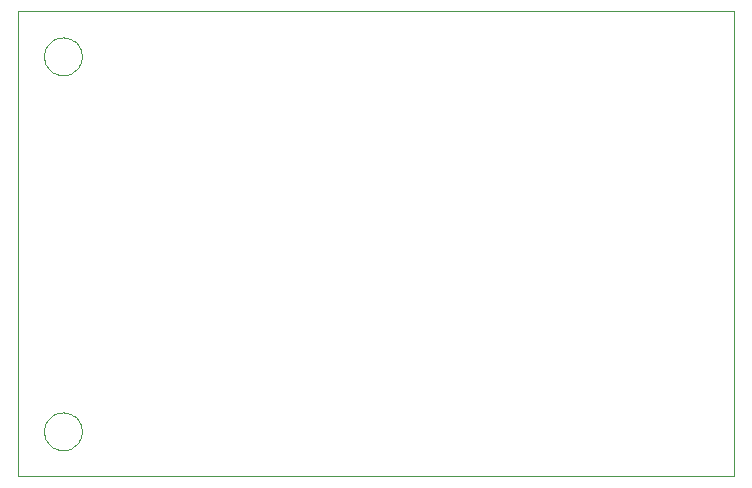
<source format=gko>
G75*
%MOIN*%
%OFA0B0*%
%FSLAX24Y24*%
%IPPOS*%
%LPD*%
%AMOC8*
5,1,8,0,0,1.08239X$1,22.5*
%
%ADD10C,0.0000*%
D10*
X001000Y000300D02*
X001000Y015796D01*
X024870Y015796D01*
X024870Y000300D01*
X001000Y000300D01*
X001870Y001800D02*
X001872Y001850D01*
X001878Y001900D01*
X001888Y001949D01*
X001902Y001997D01*
X001919Y002044D01*
X001940Y002089D01*
X001965Y002133D01*
X001993Y002174D01*
X002025Y002213D01*
X002059Y002250D01*
X002096Y002284D01*
X002136Y002314D01*
X002178Y002341D01*
X002222Y002365D01*
X002268Y002386D01*
X002315Y002402D01*
X002363Y002415D01*
X002413Y002424D01*
X002462Y002429D01*
X002513Y002430D01*
X002563Y002427D01*
X002612Y002420D01*
X002661Y002409D01*
X002709Y002394D01*
X002755Y002376D01*
X002800Y002354D01*
X002843Y002328D01*
X002884Y002299D01*
X002923Y002267D01*
X002959Y002232D01*
X002991Y002194D01*
X003021Y002154D01*
X003048Y002111D01*
X003071Y002067D01*
X003090Y002021D01*
X003106Y001973D01*
X003118Y001924D01*
X003126Y001875D01*
X003130Y001825D01*
X003130Y001775D01*
X003126Y001725D01*
X003118Y001676D01*
X003106Y001627D01*
X003090Y001579D01*
X003071Y001533D01*
X003048Y001489D01*
X003021Y001446D01*
X002991Y001406D01*
X002959Y001368D01*
X002923Y001333D01*
X002884Y001301D01*
X002843Y001272D01*
X002800Y001246D01*
X002755Y001224D01*
X002709Y001206D01*
X002661Y001191D01*
X002612Y001180D01*
X002563Y001173D01*
X002513Y001170D01*
X002462Y001171D01*
X002413Y001176D01*
X002363Y001185D01*
X002315Y001198D01*
X002268Y001214D01*
X002222Y001235D01*
X002178Y001259D01*
X002136Y001286D01*
X002096Y001316D01*
X002059Y001350D01*
X002025Y001387D01*
X001993Y001426D01*
X001965Y001467D01*
X001940Y001511D01*
X001919Y001556D01*
X001902Y001603D01*
X001888Y001651D01*
X001878Y001700D01*
X001872Y001750D01*
X001870Y001800D01*
X001870Y014300D02*
X001872Y014350D01*
X001878Y014400D01*
X001888Y014449D01*
X001902Y014497D01*
X001919Y014544D01*
X001940Y014589D01*
X001965Y014633D01*
X001993Y014674D01*
X002025Y014713D01*
X002059Y014750D01*
X002096Y014784D01*
X002136Y014814D01*
X002178Y014841D01*
X002222Y014865D01*
X002268Y014886D01*
X002315Y014902D01*
X002363Y014915D01*
X002413Y014924D01*
X002462Y014929D01*
X002513Y014930D01*
X002563Y014927D01*
X002612Y014920D01*
X002661Y014909D01*
X002709Y014894D01*
X002755Y014876D01*
X002800Y014854D01*
X002843Y014828D01*
X002884Y014799D01*
X002923Y014767D01*
X002959Y014732D01*
X002991Y014694D01*
X003021Y014654D01*
X003048Y014611D01*
X003071Y014567D01*
X003090Y014521D01*
X003106Y014473D01*
X003118Y014424D01*
X003126Y014375D01*
X003130Y014325D01*
X003130Y014275D01*
X003126Y014225D01*
X003118Y014176D01*
X003106Y014127D01*
X003090Y014079D01*
X003071Y014033D01*
X003048Y013989D01*
X003021Y013946D01*
X002991Y013906D01*
X002959Y013868D01*
X002923Y013833D01*
X002884Y013801D01*
X002843Y013772D01*
X002800Y013746D01*
X002755Y013724D01*
X002709Y013706D01*
X002661Y013691D01*
X002612Y013680D01*
X002563Y013673D01*
X002513Y013670D01*
X002462Y013671D01*
X002413Y013676D01*
X002363Y013685D01*
X002315Y013698D01*
X002268Y013714D01*
X002222Y013735D01*
X002178Y013759D01*
X002136Y013786D01*
X002096Y013816D01*
X002059Y013850D01*
X002025Y013887D01*
X001993Y013926D01*
X001965Y013967D01*
X001940Y014011D01*
X001919Y014056D01*
X001902Y014103D01*
X001888Y014151D01*
X001878Y014200D01*
X001872Y014250D01*
X001870Y014300D01*
M02*

</source>
